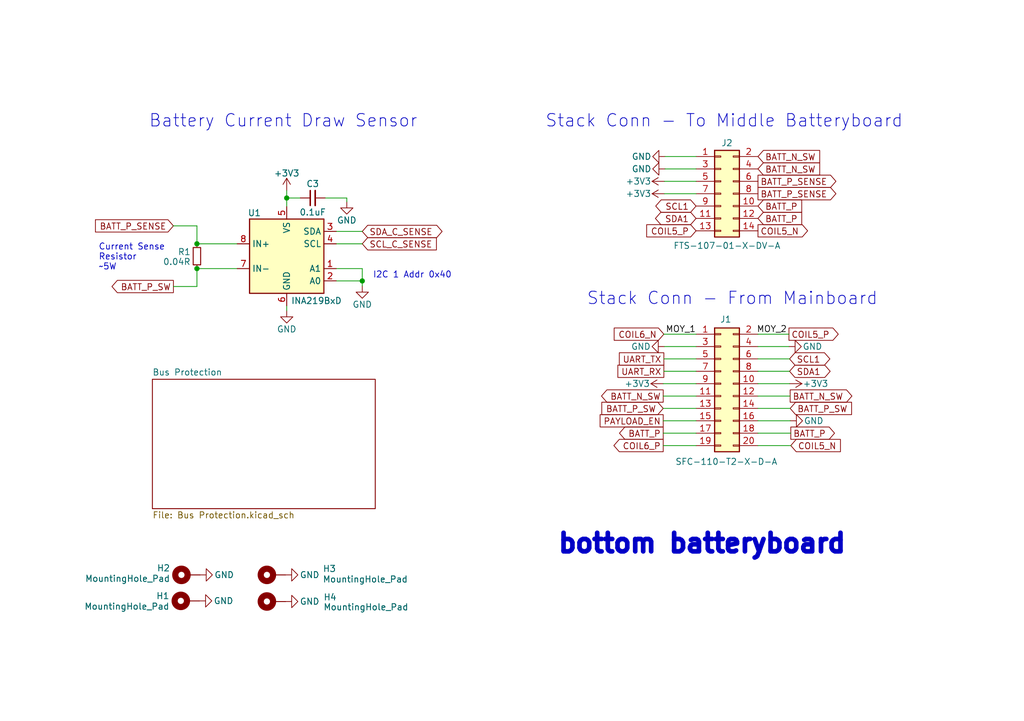
<source format=kicad_sch>
(kicad_sch (version 20230121) (generator eeschema)
  (paper "A5")
  (title_block (title "PyCubed Mini") (date "2023-04-12") (rev "B3/02") (company "RExLab Carnegie Mellon University") (comment 1 "N. Khera") (comment 2 "Z. Manchester"))
  (lib_symbols
    (symbol "Connector_Generic:Conn_02x07_Odd_Even" (pin_names (offset 1.016) hide)
      (property "Reference" "J" (at 1.27 10.16 0))
      (property "Value" "Conn_02x07_Odd_Even" (at 1.27 -10.16 0))
      (symbol "Conn_02x07_Odd_Even_1_1"
        (rectangle (start -1.27 -7.493) (end 0 -7.747) (stroke (width 0.1524)))
        (rectangle (start -1.27 -4.953) (end 0 -5.207) (stroke (width 0.1524)))
        (rectangle (start -1.27 -2.413) (end 0 -2.667) (stroke (width 0.1524)))
        (rectangle (start -1.27 0.127) (end 0 -0.127) (stroke (width 0.1524)))
        (rectangle (start -1.27 2.667) (end 0 2.413) (stroke (width 0.1524)))
        (rectangle (start -1.27 5.207) (end 0 4.953) (stroke (width 0.1524)))
        (rectangle (start -1.27 7.747) (end 0 7.493) (stroke (width 0.1524)))
        (rectangle (start -1.27 8.89) (end 3.81 -8.89) (stroke (width 0.254)) (fill (type background)))
        (rectangle (start 3.81 -7.493) (end 2.54 -7.747) (stroke (width 0.1524)))
        (rectangle (start 3.81 -4.953) (end 2.54 -5.207) (stroke (width 0.1524)))
        (rectangle (start 3.81 -2.413) (end 2.54 -2.667) (stroke (width 0.1524)))
        (rectangle (start 3.81 0.127) (end 2.54 -0.127) (stroke (width 0.1524)))
        (rectangle (start 3.81 2.667) (end 2.54 2.413) (stroke (width 0.1524)))
        (rectangle (start 3.81 5.207) (end 2.54 4.953) (stroke (width 0.1524)))
        (rectangle (start 3.81 7.747) (end 2.54 7.493) (stroke (width 0.1524)))
        (pin passive line (at -5.08 7.62 0) (length 3.81) (name "Pin_1") (number "1"))
        (pin passive line (at 7.62 -2.54 180) (length 3.81) (name "Pin_10") (number "10"))
        (pin passive line (at -5.08 -5.08 0) (length 3.81) (name "Pin_11") (number "11"))
        (pin passive line (at 7.62 -5.08 180) (length 3.81) (name "Pin_12") (number "12"))
        (pin passive line (at -5.08 -7.62 0) (length 3.81) (name "Pin_13") (number "13"))
        (pin passive line (at 7.62 -7.62 180) (length 3.81) (name "Pin_14") (number "14"))
        (pin passive line (at 7.62 7.62 180) (length 3.81) (name "Pin_2") (number "2"))
        (pin passive line (at -5.08 5.08 0) (length 3.81) (name "Pin_3") (number "3"))
        (pin passive line (at 7.62 5.08 180) (length 3.81) (name "Pin_4") (number "4"))
        (pin passive line (at -5.08 2.54 0) (length 3.81) (name "Pin_5") (number "5"))
        (pin passive line (at 7.62 2.54 180) (length 3.81) (name "Pin_6") (number "6"))
        (pin passive line (at -5.08 0 0) (length 3.81) (name "Pin_7") (number "7"))
        (pin passive line (at 7.62 0 180) (length 3.81) (name "Pin_8") (number "8"))
        (pin passive line (at -5.08 -2.54 0) (length 3.81) (name "Pin_9") (number "9"))
      )
    )
    (symbol "Connector_Generic:Conn_02x10_Odd_Even" (pin_names (offset 1.016) hide)
      (property "Reference" "J" (at 1.27 12.7 0))
      (property "Value" "Conn_02x10_Odd_Even" (at 1.27 -15.24 0))
      (symbol "Conn_02x10_Odd_Even_1_1"
        (rectangle (start -1.27 -12.573) (end 0 -12.827) (stroke (width 0.1524)))
        (rectangle (start -1.27 -10.033) (end 0 -10.287) (stroke (width 0.1524)))
        (rectangle (start -1.27 -7.493) (end 0 -7.747) (stroke (width 0.1524)))
        (rectangle (start -1.27 -4.953) (end 0 -5.207) (stroke (width 0.1524)))
        (rectangle (start -1.27 -2.413) (end 0 -2.667) (stroke (width 0.1524)))
        (rectangle (start -1.27 0.127) (end 0 -0.127) (stroke (width 0.1524)))
        (rectangle (start -1.27 2.667) (end 0 2.413) (stroke (width 0.1524)))
        (rectangle (start -1.27 5.207) (end 0 4.953) (stroke (width 0.1524)))
        (rectangle (start -1.27 7.747) (end 0 7.493) (stroke (width 0.1524)))
        (rectangle (start -1.27 10.287) (end 0 10.033) (stroke (width 0.1524)))
        (rectangle (start -1.27 11.43) (end 3.81 -13.97) (stroke (width 0.254)) (fill (type background)))
        (rectangle (start 3.81 -12.573) (end 2.54 -12.827) (stroke (width 0.1524)))
        (rectangle (start 3.81 -10.033) (end 2.54 -10.287) (stroke (width 0.1524)))
        (rectangle (start 3.81 -7.493) (end 2.54 -7.747) (stroke (width 0.1524)))
        (rectangle (start 3.81 -4.953) (end 2.54 -5.207) (stroke (width 0.1524)))
        (rectangle (start 3.81 -2.413) (end 2.54 -2.667) (stroke (width 0.1524)))
        (rectangle (start 3.81 0.127) (end 2.54 -0.127) (stroke (width 0.1524)))
        (rectangle (start 3.81 2.667) (end 2.54 2.413) (stroke (width 0.1524)))
        (rectangle (start 3.81 5.207) (end 2.54 4.953) (stroke (width 0.1524)))
        (rectangle (start 3.81 7.747) (end 2.54 7.493) (stroke (width 0.1524)))
        (rectangle (start 3.81 10.287) (end 2.54 10.033) (stroke (width 0.1524)))
        (pin passive line (at -5.08 10.16 0) (length 3.81) (name "Pin_1") (number "1"))
        (pin passive line (at 7.62 0 180) (length 3.81) (name "Pin_10") (number "10"))
        (pin passive line (at -5.08 -2.54 0) (length 3.81) (name "Pin_11") (number "11"))
        (pin passive line (at 7.62 -2.54 180) (length 3.81) (name "Pin_12") (number "12"))
        (pin passive line (at -5.08 -5.08 0) (length 3.81) (name "Pin_13") (number "13"))
        (pin passive line (at 7.62 -5.08 180) (length 3.81) (name "Pin_14") (number "14"))
        (pin passive line (at -5.08 -7.62 0) (length 3.81) (name "Pin_15") (number "15"))
        (pin passive line (at 7.62 -7.62 180) (length 3.81) (name "Pin_16") (number "16"))
        (pin passive line (at -5.08 -10.16 0) (length 3.81) (name "Pin_17") (number "17"))
        (pin passive line (at 7.62 -10.16 180) (length 3.81) (name "Pin_18") (number "18"))
        (pin passive line (at -5.08 -12.7 0) (length 3.81) (name "Pin_19") (number "19"))
        (pin passive line (at 7.62 10.16 180) (length 3.81) (name "Pin_2") (number "2"))
        (pin passive line (at 7.62 -12.7 180) (length 3.81) (name "Pin_20") (number "20"))
        (pin passive line (at -5.08 7.62 0) (length 3.81) (name "Pin_3") (number "3"))
        (pin passive line (at 7.62 7.62 180) (length 3.81) (name "Pin_4") (number "4"))
        (pin passive line (at -5.08 5.08 0) (length 3.81) (name "Pin_5") (number "5"))
        (pin passive line (at 7.62 5.08 180) (length 3.81) (name "Pin_6") (number "6"))
        (pin passive line (at -5.08 2.54 0) (length 3.81) (name "Pin_7") (number "7"))
        (pin passive line (at 7.62 2.54 180) (length 3.81) (name "Pin_8") (number "8"))
        (pin passive line (at -5.08 0 0) (length 3.81) (name "Pin_9") (number "9"))
      )
    )
    (symbol "Device:C_Small" (pin_numbers hide) (pin_names (offset 0.254) hide)
      (property "Reference" "C" (at 0.254 1.778 0))
      (property "Value" "C_Small" (at 0.254 -2.032 0))
      (symbol "C_Small_0_1"
        (polyline (pts (xy -1.524 -0.508) (xy 1.524 -0.508)) (stroke (width 0.3302)))
        (polyline (pts (xy -1.524 0.508) (xy 1.524 0.508)) (stroke (width 0.3048)))
      )
      (symbol "C_Small_1_1"
        (pin passive line (at 0 2.54 270) (length 2.032) (name "~") (number "1"))
        (pin passive line (at 0 -2.54 90) (length 2.032) (name "~") (number "2"))
      )
    )
    (symbol "Device:R_Small" (pin_numbers hide) (pin_names (offset 0.254) hide)
      (property "Reference" "R" (at 0.762 0.508 0))
      (property "Value" "R_Small" (at 0.762 -1.016 0))
      (symbol "R_Small_0_1"
        (rectangle (start -0.762 1.778) (end 0.762 -1.778) (stroke (width 0.2032)))
      )
      (symbol "R_Small_1_1"
        (pin passive line (at 0 2.54 270) (length 0.762) (name "~") (number "1"))
        (pin passive line (at 0 -2.54 90) (length 0.762) (name "~") (number "2"))
      )
    )
    (symbol "GND_1" (power) (pin_names (offset 0))
      (property "Value" "GND_1" (at 0 -3.81 0))
      (symbol "GND_1_0_1"
        (polyline (pts (xy 0 0) (xy 0 -1.27) (xy 1.27 -1.27) (xy 0 -2.54) (xy -1.27 -1.27) (xy 0 -1.27)))
      )
      (symbol "GND_1_1_1"
        (pin power_in line (at 0 0 270) (length 0) hide (name "GND") (number "1"))
      )
    )
    (symbol "Mechanical:MountingHole_Pad" (pin_numbers hide) (pin_names (offset 1.016) hide)
      (property "Reference" "H" (at 0 6.35 0))
      (property "Value" "MountingHole_Pad" (at 0 4.445 0))
      (symbol "MountingHole_Pad_0_1"
        (circle (center 0 1.27) (radius 1.27) (stroke (width 1.27)))
      )
      (symbol "MountingHole_Pad_1_1"
        (pin input line (at 0 -2.54 90) (length 2.54) (name "1") (number "1"))
      )
    )
    (symbol "Sensor_Energy:INA219BxD"
      (property "Reference" "U" (at -6.35 8.89 0))
      (property "Value" "INA219BxD" (at 5.08 8.89 0))
      (symbol "INA219BxD_0_1"
        (rectangle (start -7.62 7.62) (end 7.62 -7.62) (stroke (width 0.254)) (fill (type background)))
      )
      (symbol "INA219BxD_1_1"
        (pin input line (at 10.16 -2.54 180) (length 2.54) (name "A1") (number "1"))
        (pin input line (at 10.16 -5.08 180) (length 2.54) (name "A0") (number "2"))
        (pin bidirectional line (at 10.16 5.08 180) (length 2.54) (name "SDA") (number "3"))
        (pin input line (at 10.16 2.54 180) (length 2.54) (name "SCL") (number "4"))
        (pin power_in line (at 0 10.16 270) (length 2.54) (name "VS") (number "5"))
        (pin power_in line (at 0 -10.16 90) (length 2.54) (name "GND") (number "6"))
        (pin input line (at -10.16 -2.54 0) (length 2.54) (name "IN-") (number "7"))
        (pin input line (at -10.16 2.54 0) (length 2.54) (name "IN+") (number "8"))
      )
    )
    (symbol "power:+3V3" (power) (pin_names (offset 0))
      (property "Value" "+3V3" (at 0 3.556 0))
      (symbol "+3V3_0_1"
        (polyline (pts (xy -0.762 1.27) (xy 0 2.54)))
        (polyline (pts (xy 0 0) (xy 0 2.54)))
        (polyline (pts (xy 0 2.54) (xy 0.762 1.27)))
      )
      (symbol "+3V3_1_1"
        (pin power_in line (at 0 0 90) (length 0) hide (name "+3V3") (number "1"))
      )
    )
    (symbol "power:GND" (power) (pin_names (offset 0))
      (property "Value" "GND" (at 0 -3.81 0))
      (symbol "GND_0_1"
        (polyline (pts (xy 0 0) (xy 0 -1.27) (xy 1.27 -1.27) (xy 0 -2.54) (xy -1.27 -1.27) (xy 0 -1.27)))
      )
      (symbol "GND_1_1"
        (pin power_in line (at 0 0 270) (length 0) hide (name "GND") (number "1"))
      )
    )
  )
  (junction (at 40.386 55.118))
  (junction (at 40.386 50.038))
  (junction (at 58.801 40.64))
  (junction (at 74.295 57.658))
  (wire (pts (xy 40.386 46.355) (xy 40.386 50.038)))
  (wire (pts (xy 136.017 81.28) (xy 142.748 81.28)))
  (wire (pts (xy 162.179 88.9) (xy 155.448 88.9)))
  (wire (pts (xy 35.56 46.355) (xy 40.386 46.355)))
  (wire (pts (xy 162.179 91.44) (xy 155.448 91.44)))
  (wire (pts (xy 142.748 32.131) (xy 136.398 32.131)))
  (wire (pts (xy 74.295 55.118) (xy 68.961 55.118)))
  (wire (pts (xy 142.748 91.44) (xy 136.017 91.44)))
  (wire (pts (xy 136.017 78.74) (xy 142.748 78.74)))
  (wire (pts (xy 161.925 76.2) (xy 155.448 76.2)))
  (wire (pts (xy 74.295 47.498) (xy 68.961 47.498)))
  (wire (pts (xy 66.675 40.64) (xy 71.12 40.64)))
  (wire (pts (xy 58.801 39.116) (xy 58.801 40.64)))
  (wire (pts (xy 161.925 73.66) (xy 155.448 73.66)))
  (wire (pts (xy 155.448 68.58) (xy 161.798 68.58)))
  (wire (pts (xy 40.386 55.118) (xy 48.641 55.118)))
  (wire (pts (xy 58.801 63.754) (xy 58.801 62.738)))
  (wire (pts (xy 136.271 39.751) (xy 142.748 39.751)))
  (wire (pts (xy 142.748 73.66) (xy 136.144 73.66)))
  (wire (pts (xy 142.748 34.671) (xy 136.398 34.671)))
  (wire (pts (xy 155.448 86.36) (xy 162.052 86.36)))
  (wire (pts (xy 155.448 71.12) (xy 161.798 71.12)))
  (wire (pts (xy 136.271 71.12) (xy 142.748 71.12)))
  (wire (pts (xy 162.052 83.82) (xy 155.448 83.82)))
  (wire (pts (xy 68.961 57.658) (xy 74.295 57.658)))
  (wire (pts (xy 136.017 83.82) (xy 142.748 83.82)))
  (wire (pts (xy 162.052 81.28) (xy 155.448 81.28)))
  (wire (pts (xy 74.295 50.038) (xy 68.961 50.038)))
  (wire (pts (xy 74.295 58.674) (xy 74.295 57.658)))
  (wire (pts (xy 40.386 58.801) (xy 40.386 55.118)))
  (wire (pts (xy 58.801 40.64) (xy 61.595 40.64)))
  (wire (pts (xy 136.144 68.58) (xy 142.748 68.58)))
  (wire (pts (xy 142.748 76.2) (xy 136.144 76.2)))
  (wire (pts (xy 136.271 37.211) (xy 142.748 37.211)))
  (wire (pts (xy 58.801 40.64) (xy 58.801 42.418)))
  (wire (pts (xy 40.386 50.038) (xy 48.641 50.038)))
  (wire (pts (xy 35.56 58.801) (xy 40.386 58.801)))
  (wire (pts (xy 74.295 57.658) (xy 74.295 55.118)))
  (wire (pts (xy 136.017 86.36) (xy 142.748 86.36)))
  (wire (pts (xy 71.12 40.64) (xy 71.12 41.402)))
  (wire (pts (xy 161.925 78.74) (xy 155.448 78.74)))
  (wire (pts (xy 136.017 88.9) (xy 142.748 88.9)))
  (text "I2C 1 Addr 0x40" (at 76.454 57.277 0) (effects (font (size 1.27 1.27)) (justify left bottom)))
  (text "Current Sense\nResistor\n~5W" (at 20.193 55.626 0) (effects (font (size 1.27 1.27)) (justify left bottom)))
  (text "Stack Conn - From Mainboard" (at 120.269 62.865 0) (effects (font (size 2.54 2.54)) (justify left bottom)))
  (text "bottom batteryboard" (at 114.046 113.919 0) (effects (font (size 3.81 3.81) (thickness 1.016) bold) (justify left bottom)))
  (text "Battery Current Draw Sensor" (at 30.48 26.416 0) (effects (font (size 2.54 2.54)) (justify left bottom)))
  (text "Stack Conn - To Middle Batteryboard" (at 111.76 26.416 0) (effects (font (size 2.54 2.54)) (justify left bottom)))
  (label "MOY_1" (at 142.748 68.58 180))
  (label "MOY_2" (at 161.417 68.58 180))
  (global_label "BATT_N_SW" (shape input) (at 155.448 32.131 0) (property "Intersheetrefs" "${INTERSHEET_REFS}" (effects hide)))
  (global_label "COIL5_P" (shape input) (at 142.748 47.371 180) (property "Intersheetrefs" "${INTERSHEET_REFS}" (effects hide)))
  (global_label "BATT_P_SENSE" (shape input) (at 35.56 46.355 180) (property "Intersheetrefs" "${INTERSHEET_REFS}" (effects hide)))
  (global_label "SDA_C_SENSE" (shape bidirectional) (at 74.295 47.498 0) (property "Intersheetrefs" "${INTERSHEET_REFS}" (effects hide)))
  (global_label "BATT_P_SW" (shape input) (at 136.017 83.82 180) (property "Intersheetrefs" "${INTERSHEET_REFS}" (effects hide)))
  (global_label "BATT_N_SW" (shape output) (at 136.017 81.28 180) (property "Intersheetrefs" "${INTERSHEET_REFS}" (effects hide)))
  (global_label "BATT_P_SENSE" (shape output) (at 155.448 39.751 0) (property "Intersheetrefs" "${INTERSHEET_REFS}" (effects hide)))
  (global_label "UART_RX" (shape passive) (at 136.144 76.2 180) (property "Intersheetrefs" "${INTERSHEET_REFS}" (effects hide)))
  (global_label "BATT_P" (shape output) (at 162.179 88.9 0) (property "Intersheetrefs" "${INTERSHEET_REFS}" (effects hide)))
  (global_label "COIL5_N" (shape output) (at 155.448 47.371 0) (property "Intersheetrefs" "${INTERSHEET_REFS}" (effects hide)))
  (global_label "UART_TX" (shape passive) (at 136.144 73.66 180) (property "Intersheetrefs" "${INTERSHEET_REFS}" (effects hide)))
  (global_label "COIL5_N" (shape input) (at 162.179 91.44 0) (property "Intersheetrefs" "${INTERSHEET_REFS}" (effects hide)))
  (global_label "BATT_N_SW" (shape output) (at 162.052 81.28 0) (property "Intersheetrefs" "${INTERSHEET_REFS}" (effects hide)))
  (global_label "SDA1" (shape bidirectional) (at 142.748 44.831 180) (property "Intersheetrefs" "${INTERSHEET_REFS}" (effects hide)))
  (global_label "SCL1" (shape bidirectional) (at 142.748 42.291 180) (property "Intersheetrefs" "${INTERSHEET_REFS}" (effects hide)))
  (global_label "BATT_P_SW" (shape input) (at 162.052 83.82 0) (property "Intersheetrefs" "${INTERSHEET_REFS}" (effects hide)))
  (global_label "SCL1" (shape bidirectional) (at 161.925 73.66 0) (property "Intersheetrefs" "${INTERSHEET_REFS}" (effects hide)))
  (global_label "COIL5_P" (shape output) (at 161.798 68.58 0) (property "Intersheetrefs" "${INTERSHEET_REFS}" (effects hide)))
  (global_label "BATT_P" (shape input) (at 155.448 44.831 0) (property "Intersheetrefs" "${INTERSHEET_REFS}" (effects hide)))
  (global_label "BATT_P" (shape output) (at 136.017 88.9 180) (property "Intersheetrefs" "${INTERSHEET_REFS}" (effects hide)))
  (global_label "SCL_C_SENSE" (shape input) (at 74.295 50.038 0) (property "Intersheetrefs" "${INTERSHEET_REFS}" (effects hide)))
  (global_label "COIL6_N" (shape input) (at 136.144 68.58 180) (property "Intersheetrefs" "${INTERSHEET_REFS}" (effects hide)))
  (global_label "PAYLOAD_EN" (shape passive) (at 136.017 86.36 180) (property "Intersheetrefs" "${INTERSHEET_REFS}" (effects hide)))
  (global_label "BATT_P_SENSE" (shape output) (at 155.448 37.211 0) (property "Intersheetrefs" "${INTERSHEET_REFS}" (effects hide)))
  (global_label "BATT_P_SW" (shape output) (at 35.56 58.801 180) (property "Intersheetrefs" "${INTERSHEET_REFS}" (effects hide)))
  (global_label "BATT_P" (shape input) (at 155.448 42.291 0) (property "Intersheetrefs" "${INTERSHEET_REFS}" (effects hide)))
  (global_label "SDA1" (shape bidirectional) (at 161.925 76.2 0) (property "Intersheetrefs" "${INTERSHEET_REFS}" (effects hide)))
  (global_label "COIL6_P" (shape output) (at 136.017 91.44 180) (property "Intersheetrefs" "${INTERSHEET_REFS}" (effects hide)))
  (global_label "BATT_N_SW" (shape input) (at 155.448 34.671 0) (property "Intersheetrefs" "${INTERSHEET_REFS}" (effects hide)))
  (symbol (lib_name "GND_1") (lib_id "power:GND") (at 58.801 63.754 0) (unit 1)
    (property "Reference" "#PWR01" (effects hide))
    (property "Value" "GND" (at 58.801 67.564 0))
  )
  (symbol (lib_id "Sensor_Energy:INA219BxD") (at 58.801 52.578 0) (unit 1)
    (property "Reference" "U1" (at 50.8 43.688 0) (effects (justify left)))
    (property "Value" "INA219BxD" (at 59.69 61.722 0) (effects (justify left)))
    (property "Footprint" "Package_SO:SOIC-8_3.9x4.9mm_P1.27mm" (effects hide))
    (property "Manufacturer_Part_Number" "INA219BIDR" (effects hide))
    (property "Website" "https://www.digikey.pt/pt/products/detail/texas-instruments/INA219BIDR/2426057?s=N4IgTCBcDaIJIDkCCYCMBOAQnAIgJRAF0BfIA" (effects hide))
    (property "Description" "IC CURRENT MONITOR 0.5% 8SOIC" (effects hide))
    (property "Manufacturer_Name" "Texas Instruments" (effects hide))
    (property "Package/Footprint" "8-SOIC" (effects hide))
  )
  (symbol (lib_id "power:+3V3") (at 136.017 78.74 90) (mirror x) (unit 1)
    (property "Reference" "#PWR0104" (effects hide))
    (property "Value" "+3V3" (at 130.683 78.74 90))
  )
  (symbol (lib_id "Device:R_Small") (at 40.386 52.578 0) (unit 1)
    (property "Reference" "R1" (at 36.449 51.689 0) (effects (justify left)))
    (property "Value" "0.04R" (at 33.401 53.721 0) (effects (justify left)))
    (property "Footprint" "batteryboard:R_2512_CurrentSense" (effects hide))
    (property "Website" "https://www.digikey.pt/pt/products/detail/stackpole-electronics-inc/CSM2512FT40L0/13930213?s=N4IgTCBcDaIMIGUCyYCsBGMAxAKgFgAYAZAkAXQF8g" (effects hide))
    (property "Description" "RES 0.04 OHM 1% 3W 2512" (effects hide))
    (property "Manufacturer_Name" "Stackpole Electronics Inc" (effects hide))
    (property "Manufacturer_Part_Number" "CSM2512FT40L0" (effects hide))
    (property "Package/Footprint" "2512" (effects hide))
  )
  (symbol (lib_id "power:GND") (at 40.894 123.317 90) (unit 1)
    (property "Reference" "#PWR0103" (effects hide))
    (property "Value" "GND" (at 45.847 123.317 90))
  )
  (symbol (lib_id "power:GND") (at 162.052 86.36 90) (mirror x) (unit 1)
    (property "Reference" "#PWR0109" (effects hide))
    (property "Value" "GND" (at 166.878 86.36 90))
  )
  (symbol (lib_id "Mechanical:MountingHole_Pad") (at 38.354 123.317 90) (unit 1) (in_bom no)
    (property "Reference" "H1" (at 33.401 122.301 90))
    (property "Value" "MountingHole_Pad" (at 26.035 124.46 90))
    (property "Footprint" "mainboard:MountingHole" (effects hide))
  )
  (symbol (lib_id "power:GND") (at 161.798 71.12 90) (mirror x) (unit 1)
    (property "Reference" "#PWR0108" (effects hide))
    (property "Value" "GND" (at 166.624 71.12 90))
  )
  (symbol (lib_id "Connector_Generic:Conn_02x07_Odd_Even") (at 147.828 39.751 0) (unit 1)
    (property "Reference" "J2" (at 149.098 29.337 0))
    (property "Value" "FTS-107-01-X-DV-A" (at 149.098 50.419 0))
    (property "Footprint" "batteryboard:SAMTEC-FTS-107-01-X-DV-A" (effects hide))
    (property "Manufacturer_Part_Number" "FTS-107-01-L-DV-A" (effects hide))
    (property "Website" "https://www.digikey.pt/pt/products/detail/samtec-inc/FTS-107-01-L-DV-A/7343465" (effects hide))
    (property "Description" "CONN HEADER SMD 14POS 1.27MM" (effects hide))
    (property "Manufacturer_Name" "Samtec Inc." (effects hide))
    (property "Package/Footprint" "-" (effects hide))
  )
  (symbol (lib_id "power:+3V3") (at 136.271 39.751 90) (mirror x) (unit 1)
    (property "Reference" "#PWR0110" (effects hide))
    (property "Value" "+3V3" (at 130.937 39.751 90))
  )
  (symbol (lib_id "power:+3V3") (at 58.801 39.116 0) (mirror y) (unit 1)
    (property "Reference" "#PWR02" (effects hide))
    (property "Value" "+3V3" (at 58.801 35.56 0))
  )
  (symbol (lib_id "Connector_Generic:Conn_02x10_Odd_Even") (at 147.828 78.74 0) (unit 1)
    (property "Reference" "J1" (at 148.844 65.532 0))
    (property "Value" "SFC-110-T2-X-D-A" (at 148.971 94.742 0))
    (property "Footprint" "mainboard:SAMTEC_SFC-110-T2-X-D-A" (effects hide))
    (property "Manufacturer_Part_Number" "SFC-110-T2-F-D-A" (effects hide))
    (property "Website" "https://www.digikey.pt/pt/products/detail/samtec-inc/SFC-110-T2-F-D-A/6678600" (effects hide))
    (property "Description" "CONN RCPT 20POS 0.05 GOLD SMD" (effects hide))
    (property "Manufacturer_Name" "Samtec Inc." (effects hide))
    (property "Package/Footprint" "-" (effects hide))
  )
  (symbol (lib_id "power:GND") (at 136.271 71.12 270) (mirror x) (unit 1)
    (property "Reference" "#PWR0101" (effects hide))
    (property "Value" "GND" (at 131.445 71.12 90))
  )
  (symbol (lib_id "Mechanical:MountingHole_Pad") (at 56.007 117.983 90) (unit 1) (in_bom no)
    (property "Reference" "H3" (at 67.564 116.713 90))
    (property "Value" "MountingHole_Pad" (at 74.93 118.872 90))
    (property "Footprint" "mainboard:MountingHole" (effects hide))
  )
  (symbol (lib_id "power:GND") (at 136.398 32.131 270) (mirror x) (unit 1)
    (property "Reference" "#PWR0113" (effects hide))
    (property "Value" "GND" (at 131.572 32.131 90))
  )
  (symbol (lib_id "Mechanical:MountingHole_Pad") (at 56.007 123.444 90) (unit 1) (in_bom no)
    (property "Reference" "H4" (at 67.691 122.555 90))
    (property "Value" "MountingHole_Pad" (at 75.057 124.587 90))
    (property "Footprint" "mainboard:MountingHole" (effects hide))
  )
  (symbol (lib_id "Device:C_Small") (at 64.135 40.64 90) (unit 1)
    (property "Reference" "C3" (at 64.135 37.719 90))
    (property "Value" "0.1uF" (at 64.135 43.561 90))
    (property "Footprint" "Capacitor_SMD:C_0603_1608Metric" (effects hide))
    (property "Website" "https://www.digikey.pt/pt/products/detail/kyocera-avx/KAM15AR71H104KT/1950904?s=N4IgTCBcDaIAwDY4GYCsBhAjHALAaRwBUwBBEAXQF8g" (effects hide))
    (property "Description" "CAP CER 0.1UF 50V X7R 0603" (effects hide))
    (property "Manufacturer_Name" "KYOCERA AVX" (effects hide))
    (property "Manufacturer_Part_Number" "06035C104K4T2A" (effects hide))
    (property "Package/Footprint" "0603" (effects hide))
  )
  (symbol (lib_id "Mechanical:MountingHole_Pad") (at 38.481 117.983 90) (unit 1) (in_bom no)
    (property "Reference" "H2" (at 33.528 116.586 90))
    (property "Value" "MountingHole_Pad" (at 26.162 118.745 90))
    (property "Footprint" "mainboard:MountingHole" (effects hide))
  )
  (symbol (lib_name "GND_1") (lib_id "power:GND") (at 71.12 41.402 0) (unit 1)
    (property "Reference" "#PWR010" (effects hide))
    (property "Value" "GND" (at 71.12 45.212 0))
  )
  (symbol (lib_id "power:GND") (at 58.547 117.983 90) (unit 1)
    (property "Reference" "#PWR0105" (effects hide))
    (property "Value" "GND" (at 63.5 117.983 90))
  )
  (symbol (lib_name "GND_1") (lib_id "power:GND") (at 74.295 58.674 0) (unit 1)
    (property "Reference" "#PWR03" (effects hide))
    (property "Value" "GND" (at 74.295 62.484 0))
  )
  (symbol (lib_id "power:GND") (at 58.547 123.444 90) (unit 1)
    (property "Reference" "#PWR0106" (effects hide))
    (property "Value" "GND" (at 63.5 123.444 90))
  )
  (symbol (lib_id "power:+3V3") (at 161.925 78.74 270) (mirror x) (unit 1)
    (property "Reference" "#PWR0107" (effects hide))
    (property "Value" "+3V3" (at 167.259 78.74 90))
  )
  (symbol (lib_id "power:GND") (at 41.021 117.983 90) (unit 1)
    (property "Reference" "#PWR0102" (effects hide))
    (property "Value" "GND" (at 45.974 117.983 90))
  )
  (symbol (lib_id "power:+3V3") (at 136.271 37.211 90) (mirror x) (unit 1)
    (property "Reference" "#PWR0111" (effects hide))
    (property "Value" "+3V3" (at 130.937 37.211 90))
  )
  (symbol (lib_id "power:GND") (at 136.398 34.671 270) (mirror x) (unit 1)
    (property "Reference" "#PWR0112" (effects hide))
    (property "Value" "GND" (at 131.572 34.671 90))
  )
  (sheet (at 31.242 77.851) (size 45.72 26.543) (stroke (width 0.1524))
    (property "Sheetname" "Bus Protection" (at 31.242 77.1394 0) (effects (justify left bottom)))
    (property "Sheetfile" "Bus Protection.kicad_sch" (at 31.242 104.9786 0) (effects (justify left top)))
  )
)
</source>
